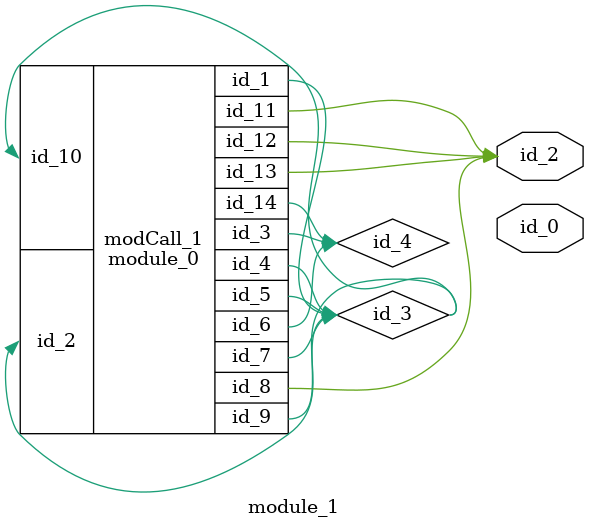
<source format=v>
module module_0 (
    id_1,
    id_2,
    id_3,
    id_4,
    id_5,
    id_6,
    id_7,
    id_8,
    id_9,
    id_10,
    id_11,
    id_12,
    id_13,
    id_14
);
  inout wire id_14;
  output wire id_13;
  inout wire id_12;
  output wire id_11;
  input wire id_10;
  output wire id_9;
  inout wire id_8;
  output wire id_7;
  inout wire id_6;
  output wire id_5;
  inout wire id_4;
  output wire id_3;
  input wire id_2;
  output wire id_1;
  wire id_15;
  wire id_16;
endmodule
module module_1 (
    output wire id_0
    , id_2
);
  wire id_3, id_4;
  module_0 modCall_1 (
      id_3,
      id_3,
      id_4,
      id_3,
      id_3,
      id_4,
      id_3,
      id_2,
      id_3,
      id_3,
      id_2,
      id_2,
      id_2,
      id_4
  );
endmodule

</source>
